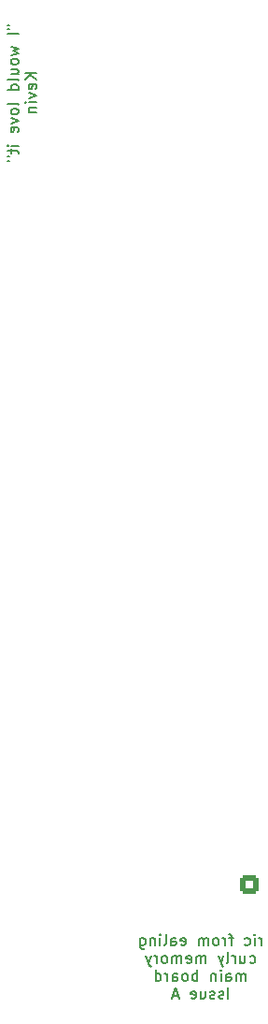
<source format=gbr>
%TF.GenerationSoftware,KiCad,Pcbnew,(6.0.0-0)*%
%TF.CreationDate,2022-01-16T08:37:53+00:00*%
%TF.ProjectId,curly-memory-kicad,6375726c-792d-46d6-956d-6f72792d6b69,rev?*%
%TF.SameCoordinates,Original*%
%TF.FileFunction,Legend,Bot*%
%TF.FilePolarity,Positive*%
%FSLAX46Y46*%
G04 Gerber Fmt 4.6, Leading zero omitted, Abs format (unit mm)*
G04 Created by KiCad (PCBNEW (6.0.0-0)) date 2022-01-16 08:37:53*
%MOMM*%
%LPD*%
G01*
G04 APERTURE LIST*
G04 Aperture macros list*
%AMRoundRect*
0 Rectangle with rounded corners*
0 $1 Rounding radius*
0 $2 $3 $4 $5 $6 $7 $8 $9 X,Y pos of 4 corners*
0 Add a 4 corners polygon primitive as box body*
4,1,4,$2,$3,$4,$5,$6,$7,$8,$9,$2,$3,0*
0 Add four circle primitives for the rounded corners*
1,1,$1+$1,$2,$3*
1,1,$1+$1,$4,$5*
1,1,$1+$1,$6,$7*
1,1,$1+$1,$8,$9*
0 Add four rect primitives between the rounded corners*
20,1,$1+$1,$2,$3,$4,$5,0*
20,1,$1+$1,$4,$5,$6,$7,0*
20,1,$1+$1,$6,$7,$8,$9,0*
20,1,$1+$1,$8,$9,$2,$3,0*%
G04 Aperture macros list end*
%ADD10C,0.150000*%
%ADD11RoundRect,0.250000X-0.600000X0.600000X-0.600000X-0.600000X0.600000X-0.600000X0.600000X0.600000X0*%
%ADD12C,1.700000*%
%ADD13R,1.700000X1.700000*%
%ADD14O,1.700000X1.700000*%
G04 APERTURE END LIST*
D10*
X25500000Y-87978780D02*
X25500000Y-87312114D01*
X25500000Y-87502590D02*
X25452380Y-87407352D01*
X25404761Y-87359733D01*
X25309523Y-87312114D01*
X25214285Y-87312114D01*
X24880952Y-87978780D02*
X24880952Y-87312114D01*
X24880952Y-86978780D02*
X24928571Y-87026400D01*
X24880952Y-87074019D01*
X24833333Y-87026400D01*
X24880952Y-86978780D01*
X24880952Y-87074019D01*
X23976190Y-87931161D02*
X24071428Y-87978780D01*
X24261904Y-87978780D01*
X24357142Y-87931161D01*
X24404761Y-87883542D01*
X24452380Y-87788304D01*
X24452380Y-87502590D01*
X24404761Y-87407352D01*
X24357142Y-87359733D01*
X24261904Y-87312114D01*
X24071428Y-87312114D01*
X23976190Y-87359733D01*
X22928571Y-87312114D02*
X22547619Y-87312114D01*
X22785714Y-87978780D02*
X22785714Y-87121638D01*
X22738095Y-87026400D01*
X22642857Y-86978780D01*
X22547619Y-86978780D01*
X22214285Y-87978780D02*
X22214285Y-87312114D01*
X22214285Y-87502590D02*
X22166666Y-87407352D01*
X22119047Y-87359733D01*
X22023809Y-87312114D01*
X21928571Y-87312114D01*
X21452380Y-87978780D02*
X21547619Y-87931161D01*
X21595238Y-87883542D01*
X21642857Y-87788304D01*
X21642857Y-87502590D01*
X21595238Y-87407352D01*
X21547619Y-87359733D01*
X21452380Y-87312114D01*
X21309523Y-87312114D01*
X21214285Y-87359733D01*
X21166666Y-87407352D01*
X21119047Y-87502590D01*
X21119047Y-87788304D01*
X21166666Y-87883542D01*
X21214285Y-87931161D01*
X21309523Y-87978780D01*
X21452380Y-87978780D01*
X20690476Y-87978780D02*
X20690476Y-87312114D01*
X20690476Y-87407352D02*
X20642857Y-87359733D01*
X20547619Y-87312114D01*
X20404761Y-87312114D01*
X20309523Y-87359733D01*
X20261904Y-87454971D01*
X20261904Y-87978780D01*
X20261904Y-87454971D02*
X20214285Y-87359733D01*
X20119047Y-87312114D01*
X19976190Y-87312114D01*
X19880952Y-87359733D01*
X19833333Y-87454971D01*
X19833333Y-87978780D01*
X18214285Y-87931161D02*
X18309523Y-87978780D01*
X18500000Y-87978780D01*
X18595238Y-87931161D01*
X18642857Y-87835923D01*
X18642857Y-87454971D01*
X18595238Y-87359733D01*
X18500000Y-87312114D01*
X18309523Y-87312114D01*
X18214285Y-87359733D01*
X18166666Y-87454971D01*
X18166666Y-87550209D01*
X18642857Y-87645447D01*
X17309523Y-87978780D02*
X17309523Y-87454971D01*
X17357142Y-87359733D01*
X17452380Y-87312114D01*
X17642857Y-87312114D01*
X17738095Y-87359733D01*
X17309523Y-87931161D02*
X17404761Y-87978780D01*
X17642857Y-87978780D01*
X17738095Y-87931161D01*
X17785714Y-87835923D01*
X17785714Y-87740685D01*
X17738095Y-87645447D01*
X17642857Y-87597828D01*
X17404761Y-87597828D01*
X17309523Y-87550209D01*
X16690476Y-87978780D02*
X16785714Y-87931161D01*
X16833333Y-87835923D01*
X16833333Y-86978780D01*
X16309523Y-87978780D02*
X16309523Y-87312114D01*
X16309523Y-86978780D02*
X16357142Y-87026400D01*
X16309523Y-87074019D01*
X16261904Y-87026400D01*
X16309523Y-86978780D01*
X16309523Y-87074019D01*
X15833333Y-87312114D02*
X15833333Y-87978780D01*
X15833333Y-87407352D02*
X15785714Y-87359733D01*
X15690476Y-87312114D01*
X15547619Y-87312114D01*
X15452380Y-87359733D01*
X15404761Y-87454971D01*
X15404761Y-87978780D01*
X14500000Y-87312114D02*
X14500000Y-88121638D01*
X14547619Y-88216876D01*
X14595238Y-88264495D01*
X14690476Y-88312114D01*
X14833333Y-88312114D01*
X14928571Y-88264495D01*
X14500000Y-87931161D02*
X14595238Y-87978780D01*
X14785714Y-87978780D01*
X14880952Y-87931161D01*
X14928571Y-87883542D01*
X14976190Y-87788304D01*
X14976190Y-87502590D01*
X14928571Y-87407352D01*
X14880952Y-87359733D01*
X14785714Y-87312114D01*
X14595238Y-87312114D01*
X14500000Y-87359733D01*
X24452380Y-89541161D02*
X24547619Y-89588780D01*
X24738095Y-89588780D01*
X24833333Y-89541161D01*
X24880952Y-89493542D01*
X24928571Y-89398304D01*
X24928571Y-89112590D01*
X24880952Y-89017352D01*
X24833333Y-88969733D01*
X24738095Y-88922114D01*
X24547619Y-88922114D01*
X24452380Y-88969733D01*
X23595238Y-88922114D02*
X23595238Y-89588780D01*
X24023809Y-88922114D02*
X24023809Y-89445923D01*
X23976190Y-89541161D01*
X23880952Y-89588780D01*
X23738095Y-89588780D01*
X23642857Y-89541161D01*
X23595238Y-89493542D01*
X23119047Y-89588780D02*
X23119047Y-88922114D01*
X23119047Y-89112590D02*
X23071428Y-89017352D01*
X23023809Y-88969733D01*
X22928571Y-88922114D01*
X22833333Y-88922114D01*
X22357142Y-89588780D02*
X22452380Y-89541161D01*
X22500000Y-89445923D01*
X22500000Y-88588780D01*
X22071428Y-88922114D02*
X21833333Y-89588780D01*
X21595238Y-88922114D02*
X21833333Y-89588780D01*
X21928571Y-89826876D01*
X21976190Y-89874495D01*
X22071428Y-89922114D01*
X20452380Y-89588780D02*
X20452380Y-88922114D01*
X20452380Y-89017352D02*
X20404761Y-88969733D01*
X20309523Y-88922114D01*
X20166666Y-88922114D01*
X20071428Y-88969733D01*
X20023809Y-89064971D01*
X20023809Y-89588780D01*
X20023809Y-89064971D02*
X19976190Y-88969733D01*
X19880952Y-88922114D01*
X19738095Y-88922114D01*
X19642857Y-88969733D01*
X19595238Y-89064971D01*
X19595238Y-89588780D01*
X18738095Y-89541161D02*
X18833333Y-89588780D01*
X19023809Y-89588780D01*
X19119047Y-89541161D01*
X19166666Y-89445923D01*
X19166666Y-89064971D01*
X19119047Y-88969733D01*
X19023809Y-88922114D01*
X18833333Y-88922114D01*
X18738095Y-88969733D01*
X18690476Y-89064971D01*
X18690476Y-89160209D01*
X19166666Y-89255447D01*
X18261904Y-89588780D02*
X18261904Y-88922114D01*
X18261904Y-89017352D02*
X18214285Y-88969733D01*
X18119047Y-88922114D01*
X17976190Y-88922114D01*
X17880952Y-88969733D01*
X17833333Y-89064971D01*
X17833333Y-89588780D01*
X17833333Y-89064971D02*
X17785714Y-88969733D01*
X17690476Y-88922114D01*
X17547619Y-88922114D01*
X17452380Y-88969733D01*
X17404761Y-89064971D01*
X17404761Y-89588780D01*
X16785714Y-89588780D02*
X16880952Y-89541161D01*
X16928571Y-89493542D01*
X16976190Y-89398304D01*
X16976190Y-89112590D01*
X16928571Y-89017352D01*
X16880952Y-88969733D01*
X16785714Y-88922114D01*
X16642857Y-88922114D01*
X16547619Y-88969733D01*
X16500000Y-89017352D01*
X16452380Y-89112590D01*
X16452380Y-89398304D01*
X16500000Y-89493542D01*
X16547619Y-89541161D01*
X16642857Y-89588780D01*
X16785714Y-89588780D01*
X16023809Y-89588780D02*
X16023809Y-88922114D01*
X16023809Y-89112590D02*
X15976190Y-89017352D01*
X15928571Y-88969733D01*
X15833333Y-88922114D01*
X15738095Y-88922114D01*
X15500000Y-88922114D02*
X15261904Y-89588780D01*
X15023809Y-88922114D02*
X15261904Y-89588780D01*
X15357142Y-89826876D01*
X15404761Y-89874495D01*
X15500000Y-89922114D01*
X24071428Y-91198780D02*
X24071428Y-90532114D01*
X24071428Y-90627352D02*
X24023809Y-90579733D01*
X23928571Y-90532114D01*
X23785714Y-90532114D01*
X23690476Y-90579733D01*
X23642857Y-90674971D01*
X23642857Y-91198780D01*
X23642857Y-90674971D02*
X23595238Y-90579733D01*
X23500000Y-90532114D01*
X23357142Y-90532114D01*
X23261904Y-90579733D01*
X23214285Y-90674971D01*
X23214285Y-91198780D01*
X22309523Y-91198780D02*
X22309523Y-90674971D01*
X22357142Y-90579733D01*
X22452380Y-90532114D01*
X22642857Y-90532114D01*
X22738095Y-90579733D01*
X22309523Y-91151161D02*
X22404761Y-91198780D01*
X22642857Y-91198780D01*
X22738095Y-91151161D01*
X22785714Y-91055923D01*
X22785714Y-90960685D01*
X22738095Y-90865447D01*
X22642857Y-90817828D01*
X22404761Y-90817828D01*
X22309523Y-90770209D01*
X21833333Y-91198780D02*
X21833333Y-90532114D01*
X21833333Y-90198780D02*
X21880952Y-90246400D01*
X21833333Y-90294019D01*
X21785714Y-90246400D01*
X21833333Y-90198780D01*
X21833333Y-90294019D01*
X21357142Y-90532114D02*
X21357142Y-91198780D01*
X21357142Y-90627352D02*
X21309523Y-90579733D01*
X21214285Y-90532114D01*
X21071428Y-90532114D01*
X20976190Y-90579733D01*
X20928571Y-90674971D01*
X20928571Y-91198780D01*
X19690476Y-91198780D02*
X19690476Y-90198780D01*
X19690476Y-90579733D02*
X19595238Y-90532114D01*
X19404761Y-90532114D01*
X19309523Y-90579733D01*
X19261904Y-90627352D01*
X19214285Y-90722590D01*
X19214285Y-91008304D01*
X19261904Y-91103542D01*
X19309523Y-91151161D01*
X19404761Y-91198780D01*
X19595238Y-91198780D01*
X19690476Y-91151161D01*
X18642857Y-91198780D02*
X18738095Y-91151161D01*
X18785714Y-91103542D01*
X18833333Y-91008304D01*
X18833333Y-90722590D01*
X18785714Y-90627352D01*
X18738095Y-90579733D01*
X18642857Y-90532114D01*
X18500000Y-90532114D01*
X18404761Y-90579733D01*
X18357142Y-90627352D01*
X18309523Y-90722590D01*
X18309523Y-91008304D01*
X18357142Y-91103542D01*
X18404761Y-91151161D01*
X18500000Y-91198780D01*
X18642857Y-91198780D01*
X17452380Y-91198780D02*
X17452380Y-90674971D01*
X17500000Y-90579733D01*
X17595238Y-90532114D01*
X17785714Y-90532114D01*
X17880952Y-90579733D01*
X17452380Y-91151161D02*
X17547619Y-91198780D01*
X17785714Y-91198780D01*
X17880952Y-91151161D01*
X17928571Y-91055923D01*
X17928571Y-90960685D01*
X17880952Y-90865447D01*
X17785714Y-90817828D01*
X17547619Y-90817828D01*
X17452380Y-90770209D01*
X16976190Y-91198780D02*
X16976190Y-90532114D01*
X16976190Y-90722590D02*
X16928571Y-90627352D01*
X16880952Y-90579733D01*
X16785714Y-90532114D01*
X16690476Y-90532114D01*
X15928571Y-91198780D02*
X15928571Y-90198780D01*
X15928571Y-91151161D02*
X16023809Y-91198780D01*
X16214285Y-91198780D01*
X16309523Y-91151161D01*
X16357142Y-91103542D01*
X16404761Y-91008304D01*
X16404761Y-90722590D01*
X16357142Y-90627352D01*
X16309523Y-90579733D01*
X16214285Y-90532114D01*
X16023809Y-90532114D01*
X15928571Y-90579733D01*
X22500000Y-92808780D02*
X22500000Y-91808780D01*
X22071428Y-92761161D02*
X21976190Y-92808780D01*
X21785714Y-92808780D01*
X21690476Y-92761161D01*
X21642857Y-92665923D01*
X21642857Y-92618304D01*
X21690476Y-92523066D01*
X21785714Y-92475447D01*
X21928571Y-92475447D01*
X22023809Y-92427828D01*
X22071428Y-92332590D01*
X22071428Y-92284971D01*
X22023809Y-92189733D01*
X21928571Y-92142114D01*
X21785714Y-92142114D01*
X21690476Y-92189733D01*
X21261904Y-92761161D02*
X21166666Y-92808780D01*
X20976190Y-92808780D01*
X20880952Y-92761161D01*
X20833333Y-92665923D01*
X20833333Y-92618304D01*
X20880952Y-92523066D01*
X20976190Y-92475447D01*
X21119047Y-92475447D01*
X21214285Y-92427828D01*
X21261904Y-92332590D01*
X21261904Y-92284971D01*
X21214285Y-92189733D01*
X21119047Y-92142114D01*
X20976190Y-92142114D01*
X20880952Y-92189733D01*
X19976190Y-92142114D02*
X19976190Y-92808780D01*
X20404761Y-92142114D02*
X20404761Y-92665923D01*
X20357142Y-92761161D01*
X20261904Y-92808780D01*
X20119047Y-92808780D01*
X20023809Y-92761161D01*
X19976190Y-92713542D01*
X19119047Y-92761161D02*
X19214285Y-92808780D01*
X19404761Y-92808780D01*
X19500000Y-92761161D01*
X19547619Y-92665923D01*
X19547619Y-92284971D01*
X19500000Y-92189733D01*
X19404761Y-92142114D01*
X19214285Y-92142114D01*
X19119047Y-92189733D01*
X19071428Y-92284971D01*
X19071428Y-92380209D01*
X19547619Y-92475447D01*
X17928571Y-92523066D02*
X17452380Y-92523066D01*
X18023809Y-92808780D02*
X17690476Y-91808780D01*
X17357142Y-92808780D01*
X2457380Y-4728342D02*
X2647857Y-4728342D01*
X2457380Y-5109295D02*
X2647857Y-5109295D01*
X3457380Y-5537866D02*
X2457380Y-5537866D01*
X2790714Y-6680723D02*
X3457380Y-6871199D01*
X2981190Y-7061676D01*
X3457380Y-7252152D01*
X2790714Y-7442628D01*
X3457380Y-7966438D02*
X3409761Y-7871199D01*
X3362142Y-7823580D01*
X3266904Y-7775961D01*
X2981190Y-7775961D01*
X2885952Y-7823580D01*
X2838333Y-7871199D01*
X2790714Y-7966438D01*
X2790714Y-8109295D01*
X2838333Y-8204533D01*
X2885952Y-8252152D01*
X2981190Y-8299771D01*
X3266904Y-8299771D01*
X3362142Y-8252152D01*
X3409761Y-8204533D01*
X3457380Y-8109295D01*
X3457380Y-7966438D01*
X2790714Y-9156914D02*
X3457380Y-9156914D01*
X2790714Y-8728342D02*
X3314523Y-8728342D01*
X3409761Y-8775961D01*
X3457380Y-8871199D01*
X3457380Y-9014057D01*
X3409761Y-9109295D01*
X3362142Y-9156914D01*
X3457380Y-9775961D02*
X3409761Y-9680723D01*
X3314523Y-9633104D01*
X2457380Y-9633104D01*
X3457380Y-10585485D02*
X2457380Y-10585485D01*
X3409761Y-10585485D02*
X3457380Y-10490247D01*
X3457380Y-10299771D01*
X3409761Y-10204533D01*
X3362142Y-10156914D01*
X3266904Y-10109295D01*
X2981190Y-10109295D01*
X2885952Y-10156914D01*
X2838333Y-10204533D01*
X2790714Y-10299771D01*
X2790714Y-10490247D01*
X2838333Y-10585485D01*
X3457380Y-11966438D02*
X3409761Y-11871199D01*
X3314523Y-11823580D01*
X2457380Y-11823580D01*
X3457380Y-12490247D02*
X3409761Y-12395009D01*
X3362142Y-12347390D01*
X3266904Y-12299771D01*
X2981190Y-12299771D01*
X2885952Y-12347390D01*
X2838333Y-12395009D01*
X2790714Y-12490247D01*
X2790714Y-12633104D01*
X2838333Y-12728342D01*
X2885952Y-12775961D01*
X2981190Y-12823580D01*
X3266904Y-12823580D01*
X3362142Y-12775961D01*
X3409761Y-12728342D01*
X3457380Y-12633104D01*
X3457380Y-12490247D01*
X2790714Y-13156914D02*
X3457380Y-13395009D01*
X2790714Y-13633104D01*
X3409761Y-14395009D02*
X3457380Y-14299771D01*
X3457380Y-14109295D01*
X3409761Y-14014057D01*
X3314523Y-13966438D01*
X2933571Y-13966438D01*
X2838333Y-14014057D01*
X2790714Y-14109295D01*
X2790714Y-14299771D01*
X2838333Y-14395009D01*
X2933571Y-14442628D01*
X3028809Y-14442628D01*
X3124047Y-13966438D01*
X3457380Y-15633104D02*
X2790714Y-15633104D01*
X2457380Y-15633104D02*
X2504999Y-15585485D01*
X2552619Y-15633104D01*
X2504999Y-15680723D01*
X2457380Y-15633104D01*
X2552619Y-15633104D01*
X2790714Y-15966438D02*
X2790714Y-16347390D01*
X2457380Y-16109295D02*
X3314523Y-16109295D01*
X3409761Y-16156914D01*
X3457380Y-16252152D01*
X3457380Y-16347390D01*
X2457380Y-16633104D02*
X2647857Y-16633104D01*
X2457380Y-17014057D02*
X2647857Y-17014057D01*
X5067380Y-9109295D02*
X4067380Y-9109295D01*
X5067380Y-9680723D02*
X4495952Y-9252152D01*
X4067380Y-9680723D02*
X4638809Y-9109295D01*
X5019761Y-10490247D02*
X5067380Y-10395009D01*
X5067380Y-10204533D01*
X5019761Y-10109295D01*
X4924523Y-10061676D01*
X4543571Y-10061676D01*
X4448333Y-10109295D01*
X4400714Y-10204533D01*
X4400714Y-10395009D01*
X4448333Y-10490247D01*
X4543571Y-10537866D01*
X4638809Y-10537866D01*
X4734047Y-10061676D01*
X4400714Y-10871200D02*
X5067380Y-11109295D01*
X4400714Y-11347390D01*
X5067380Y-11728342D02*
X4400714Y-11728342D01*
X4067380Y-11728342D02*
X4115000Y-11680723D01*
X4162619Y-11728342D01*
X4115000Y-11775961D01*
X4067380Y-11728342D01*
X4162619Y-11728342D01*
X4400714Y-12204533D02*
X5067380Y-12204533D01*
X4495952Y-12204533D02*
X4448333Y-12252152D01*
X4400714Y-12347390D01*
X4400714Y-12490247D01*
X4448333Y-12585485D01*
X4543571Y-12633104D01*
X5067380Y-12633104D01*
%LPC*%
X20785714Y-94610180D02*
X20785714Y-93943514D01*
X20785714Y-94133990D02*
X20738095Y-94038752D01*
X20690476Y-93991133D01*
X20595238Y-93943514D01*
X20500000Y-93943514D01*
X20309523Y-93943514D02*
X19928571Y-93943514D01*
X20166666Y-94610180D02*
X20166666Y-93753038D01*
X20119047Y-93657800D01*
X20023809Y-93610180D01*
X19928571Y-93610180D01*
X19214285Y-94562561D02*
X19309523Y-94610180D01*
X19500000Y-94610180D01*
X19595238Y-94562561D01*
X19642857Y-94467323D01*
X19642857Y-94086371D01*
X19595238Y-93991133D01*
X19500000Y-93943514D01*
X19309523Y-93943514D01*
X19214285Y-93991133D01*
X19166666Y-94086371D01*
X19166666Y-94181609D01*
X19642857Y-94276847D01*
D11*
%TO.C,J401*%
X24384000Y-82440500D03*
D12*
X24384000Y-84980500D03*
X21844000Y-82440500D03*
X21844000Y-84980500D03*
X19304000Y-82440500D03*
X19304000Y-84980500D03*
X16764000Y-82440500D03*
X16764000Y-84980500D03*
X14224000Y-82440500D03*
X14224000Y-84980500D03*
%TD*%
D13*
%TO.C,J101*%
X17540000Y-31600000D03*
D14*
X20080000Y-31600000D03*
X22620000Y-31600000D03*
X25160000Y-31600000D03*
X27700000Y-31600000D03*
%TD*%
D13*
%TO.C,J103*%
X17540000Y-71500000D03*
D14*
X20080000Y-71500000D03*
X22620000Y-71500000D03*
X25160000Y-71500000D03*
X27700000Y-71500000D03*
%TD*%
D13*
%TO.C,J102*%
X2300000Y-71500000D03*
D14*
X4840000Y-71500000D03*
X7380000Y-71500000D03*
X9920000Y-71500000D03*
X12460000Y-71500000D03*
%TD*%
D13*
%TO.C,J105*%
X2300000Y-79250000D03*
D14*
X4840000Y-79250000D03*
X7380000Y-79250000D03*
X9920000Y-79250000D03*
X12460000Y-79250000D03*
%TD*%
D13*
%TO.C,J104*%
X17531000Y-79250000D03*
D14*
X20071000Y-79250000D03*
X22611000Y-79250000D03*
X25151000Y-79250000D03*
X27691000Y-79250000D03*
%TD*%
D13*
%TO.C,J106*%
X17540000Y-35000000D03*
D14*
X20080000Y-35000000D03*
X22620000Y-35000000D03*
X25160000Y-35000000D03*
X27700000Y-35000000D03*
%TD*%
M02*

</source>
